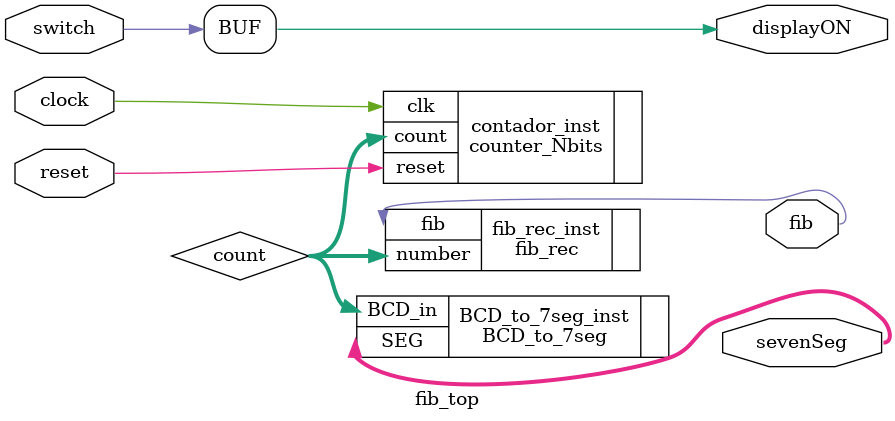
<source format=sv>
`timescale 1ns / 1ps

module fib_top(
    input  logic        clock, reset,
    input  logic        switch, 
    output logic        fib,
    output logic [7:0]  sevenSeg,
    output logic        displayON
    );

    localparam COUNTER_WIDTH = 4;
    
    logic [COUNTER_WIDTH-1:0] count; 
 
     assign displayON = switch;
     
    // Para modulos con parametros, estos se indican antes del nombre de la instancia
    // Si no se especifican parametros cuando se instancia, se usa el valor por defecto
    // especificado dentro del modulo.  Buscar como instanciar modulos con mas de 1 parametro.
    counter_Nbits #(.N(COUNTER_WIDTH)) 
    contador_inst (
    .clk    (clock), 
    .reset  (reset), 
    .count  (count));    
    
    fib_rec fib_rec_inst(
       .number  (count),
	   .fib       (fib)
	);
    
    BCD_to_7seg BCD_to_7seg_inst(
        .BCD_in     (count),
        .SEG        (sevenSeg)
    );
    
endmodule

</source>
